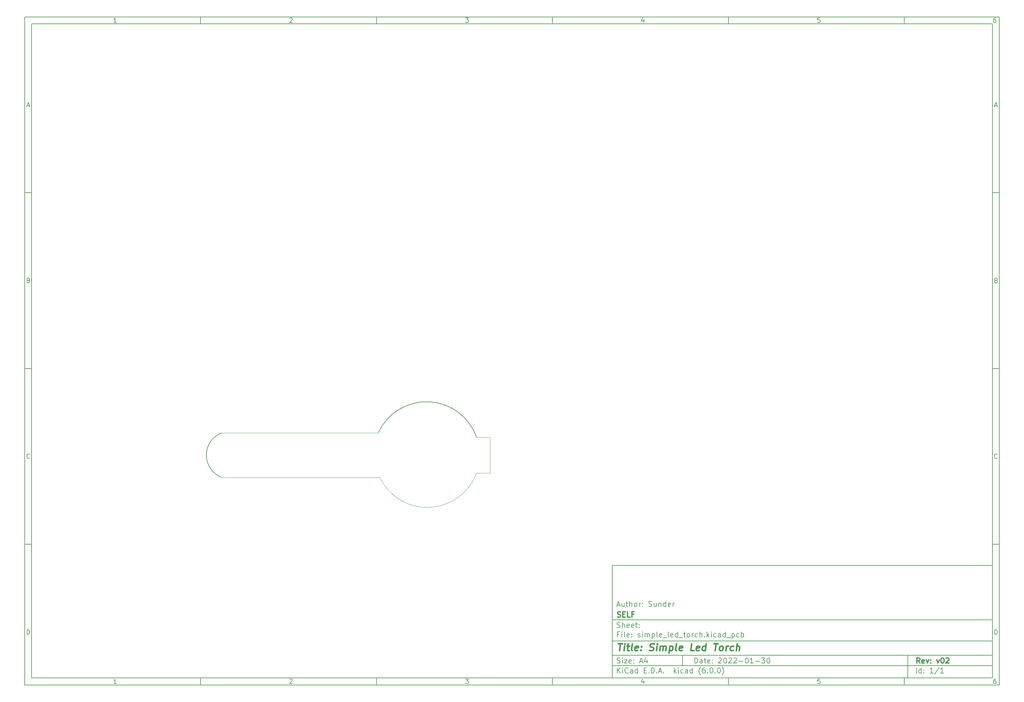
<source format=gbr>
%TF.GenerationSoftware,KiCad,Pcbnew,(6.0.0)*%
%TF.CreationDate,2022-01-30T14:03:22+05:30*%
%TF.ProjectId,simple_led_torch,73696d70-6c65-45f6-9c65-645f746f7263,v02*%
%TF.SameCoordinates,Original*%
%TF.FileFunction,Profile,NP*%
%FSLAX46Y46*%
G04 Gerber Fmt 4.6, Leading zero omitted, Abs format (unit mm)*
G04 Created by KiCad (PCBNEW (6.0.0)) date 2022-01-30 14:03:22*
%MOMM*%
%LPD*%
G01*
G04 APERTURE LIST*
%ADD10C,0.100000*%
%ADD11C,0.150000*%
%ADD12C,0.300000*%
%ADD13C,0.400000*%
%TA.AperFunction,Profile*%
%ADD14C,0.150000*%
%TD*%
%TA.AperFunction,Profile*%
%ADD15C,0.100000*%
%TD*%
G04 APERTURE END LIST*
D10*
D11*
X177002200Y-166007200D02*
X177002200Y-198007200D01*
X285002200Y-198007200D01*
X285002200Y-166007200D01*
X177002200Y-166007200D01*
D10*
D11*
X10000000Y-10000000D02*
X10000000Y-200007200D01*
X287002200Y-200007200D01*
X287002200Y-10000000D01*
X10000000Y-10000000D01*
D10*
D11*
X12000000Y-12000000D02*
X12000000Y-198007200D01*
X285002200Y-198007200D01*
X285002200Y-12000000D01*
X12000000Y-12000000D01*
D10*
D11*
X60000000Y-12000000D02*
X60000000Y-10000000D01*
D10*
D11*
X110000000Y-12000000D02*
X110000000Y-10000000D01*
D10*
D11*
X160000000Y-12000000D02*
X160000000Y-10000000D01*
D10*
D11*
X210000000Y-12000000D02*
X210000000Y-10000000D01*
D10*
D11*
X260000000Y-12000000D02*
X260000000Y-10000000D01*
D10*
D11*
X36065476Y-11588095D02*
X35322619Y-11588095D01*
X35694047Y-11588095D02*
X35694047Y-10288095D01*
X35570238Y-10473809D01*
X35446428Y-10597619D01*
X35322619Y-10659523D01*
D10*
D11*
X85322619Y-10411904D02*
X85384523Y-10350000D01*
X85508333Y-10288095D01*
X85817857Y-10288095D01*
X85941666Y-10350000D01*
X86003571Y-10411904D01*
X86065476Y-10535714D01*
X86065476Y-10659523D01*
X86003571Y-10845238D01*
X85260714Y-11588095D01*
X86065476Y-11588095D01*
D10*
D11*
X135260714Y-10288095D02*
X136065476Y-10288095D01*
X135632142Y-10783333D01*
X135817857Y-10783333D01*
X135941666Y-10845238D01*
X136003571Y-10907142D01*
X136065476Y-11030952D01*
X136065476Y-11340476D01*
X136003571Y-11464285D01*
X135941666Y-11526190D01*
X135817857Y-11588095D01*
X135446428Y-11588095D01*
X135322619Y-11526190D01*
X135260714Y-11464285D01*
D10*
D11*
X185941666Y-10721428D02*
X185941666Y-11588095D01*
X185632142Y-10226190D02*
X185322619Y-11154761D01*
X186127380Y-11154761D01*
D10*
D11*
X236003571Y-10288095D02*
X235384523Y-10288095D01*
X235322619Y-10907142D01*
X235384523Y-10845238D01*
X235508333Y-10783333D01*
X235817857Y-10783333D01*
X235941666Y-10845238D01*
X236003571Y-10907142D01*
X236065476Y-11030952D01*
X236065476Y-11340476D01*
X236003571Y-11464285D01*
X235941666Y-11526190D01*
X235817857Y-11588095D01*
X235508333Y-11588095D01*
X235384523Y-11526190D01*
X235322619Y-11464285D01*
D10*
D11*
X285941666Y-10288095D02*
X285694047Y-10288095D01*
X285570238Y-10350000D01*
X285508333Y-10411904D01*
X285384523Y-10597619D01*
X285322619Y-10845238D01*
X285322619Y-11340476D01*
X285384523Y-11464285D01*
X285446428Y-11526190D01*
X285570238Y-11588095D01*
X285817857Y-11588095D01*
X285941666Y-11526190D01*
X286003571Y-11464285D01*
X286065476Y-11340476D01*
X286065476Y-11030952D01*
X286003571Y-10907142D01*
X285941666Y-10845238D01*
X285817857Y-10783333D01*
X285570238Y-10783333D01*
X285446428Y-10845238D01*
X285384523Y-10907142D01*
X285322619Y-11030952D01*
D10*
D11*
X60000000Y-198007200D02*
X60000000Y-200007200D01*
D10*
D11*
X110000000Y-198007200D02*
X110000000Y-200007200D01*
D10*
D11*
X160000000Y-198007200D02*
X160000000Y-200007200D01*
D10*
D11*
X210000000Y-198007200D02*
X210000000Y-200007200D01*
D10*
D11*
X260000000Y-198007200D02*
X260000000Y-200007200D01*
D10*
D11*
X36065476Y-199595295D02*
X35322619Y-199595295D01*
X35694047Y-199595295D02*
X35694047Y-198295295D01*
X35570238Y-198481009D01*
X35446428Y-198604819D01*
X35322619Y-198666723D01*
D10*
D11*
X85322619Y-198419104D02*
X85384523Y-198357200D01*
X85508333Y-198295295D01*
X85817857Y-198295295D01*
X85941666Y-198357200D01*
X86003571Y-198419104D01*
X86065476Y-198542914D01*
X86065476Y-198666723D01*
X86003571Y-198852438D01*
X85260714Y-199595295D01*
X86065476Y-199595295D01*
D10*
D11*
X135260714Y-198295295D02*
X136065476Y-198295295D01*
X135632142Y-198790533D01*
X135817857Y-198790533D01*
X135941666Y-198852438D01*
X136003571Y-198914342D01*
X136065476Y-199038152D01*
X136065476Y-199347676D01*
X136003571Y-199471485D01*
X135941666Y-199533390D01*
X135817857Y-199595295D01*
X135446428Y-199595295D01*
X135322619Y-199533390D01*
X135260714Y-199471485D01*
D10*
D11*
X185941666Y-198728628D02*
X185941666Y-199595295D01*
X185632142Y-198233390D02*
X185322619Y-199161961D01*
X186127380Y-199161961D01*
D10*
D11*
X236003571Y-198295295D02*
X235384523Y-198295295D01*
X235322619Y-198914342D01*
X235384523Y-198852438D01*
X235508333Y-198790533D01*
X235817857Y-198790533D01*
X235941666Y-198852438D01*
X236003571Y-198914342D01*
X236065476Y-199038152D01*
X236065476Y-199347676D01*
X236003571Y-199471485D01*
X235941666Y-199533390D01*
X235817857Y-199595295D01*
X235508333Y-199595295D01*
X235384523Y-199533390D01*
X235322619Y-199471485D01*
D10*
D11*
X285941666Y-198295295D02*
X285694047Y-198295295D01*
X285570238Y-198357200D01*
X285508333Y-198419104D01*
X285384523Y-198604819D01*
X285322619Y-198852438D01*
X285322619Y-199347676D01*
X285384523Y-199471485D01*
X285446428Y-199533390D01*
X285570238Y-199595295D01*
X285817857Y-199595295D01*
X285941666Y-199533390D01*
X286003571Y-199471485D01*
X286065476Y-199347676D01*
X286065476Y-199038152D01*
X286003571Y-198914342D01*
X285941666Y-198852438D01*
X285817857Y-198790533D01*
X285570238Y-198790533D01*
X285446428Y-198852438D01*
X285384523Y-198914342D01*
X285322619Y-199038152D01*
D10*
D11*
X10000000Y-60000000D02*
X12000000Y-60000000D01*
D10*
D11*
X10000000Y-110000000D02*
X12000000Y-110000000D01*
D10*
D11*
X10000000Y-160000000D02*
X12000000Y-160000000D01*
D10*
D11*
X10690476Y-35216666D02*
X11309523Y-35216666D01*
X10566666Y-35588095D02*
X11000000Y-34288095D01*
X11433333Y-35588095D01*
D10*
D11*
X11092857Y-84907142D02*
X11278571Y-84969047D01*
X11340476Y-85030952D01*
X11402380Y-85154761D01*
X11402380Y-85340476D01*
X11340476Y-85464285D01*
X11278571Y-85526190D01*
X11154761Y-85588095D01*
X10659523Y-85588095D01*
X10659523Y-84288095D01*
X11092857Y-84288095D01*
X11216666Y-84350000D01*
X11278571Y-84411904D01*
X11340476Y-84535714D01*
X11340476Y-84659523D01*
X11278571Y-84783333D01*
X11216666Y-84845238D01*
X11092857Y-84907142D01*
X10659523Y-84907142D01*
D10*
D11*
X11402380Y-135464285D02*
X11340476Y-135526190D01*
X11154761Y-135588095D01*
X11030952Y-135588095D01*
X10845238Y-135526190D01*
X10721428Y-135402380D01*
X10659523Y-135278571D01*
X10597619Y-135030952D01*
X10597619Y-134845238D01*
X10659523Y-134597619D01*
X10721428Y-134473809D01*
X10845238Y-134350000D01*
X11030952Y-134288095D01*
X11154761Y-134288095D01*
X11340476Y-134350000D01*
X11402380Y-134411904D01*
D10*
D11*
X10659523Y-185588095D02*
X10659523Y-184288095D01*
X10969047Y-184288095D01*
X11154761Y-184350000D01*
X11278571Y-184473809D01*
X11340476Y-184597619D01*
X11402380Y-184845238D01*
X11402380Y-185030952D01*
X11340476Y-185278571D01*
X11278571Y-185402380D01*
X11154761Y-185526190D01*
X10969047Y-185588095D01*
X10659523Y-185588095D01*
D10*
D11*
X287002200Y-60000000D02*
X285002200Y-60000000D01*
D10*
D11*
X287002200Y-110000000D02*
X285002200Y-110000000D01*
D10*
D11*
X287002200Y-160000000D02*
X285002200Y-160000000D01*
D10*
D11*
X285692676Y-35216666D02*
X286311723Y-35216666D01*
X285568866Y-35588095D02*
X286002200Y-34288095D01*
X286435533Y-35588095D01*
D10*
D11*
X286095057Y-84907142D02*
X286280771Y-84969047D01*
X286342676Y-85030952D01*
X286404580Y-85154761D01*
X286404580Y-85340476D01*
X286342676Y-85464285D01*
X286280771Y-85526190D01*
X286156961Y-85588095D01*
X285661723Y-85588095D01*
X285661723Y-84288095D01*
X286095057Y-84288095D01*
X286218866Y-84350000D01*
X286280771Y-84411904D01*
X286342676Y-84535714D01*
X286342676Y-84659523D01*
X286280771Y-84783333D01*
X286218866Y-84845238D01*
X286095057Y-84907142D01*
X285661723Y-84907142D01*
D10*
D11*
X286404580Y-135464285D02*
X286342676Y-135526190D01*
X286156961Y-135588095D01*
X286033152Y-135588095D01*
X285847438Y-135526190D01*
X285723628Y-135402380D01*
X285661723Y-135278571D01*
X285599819Y-135030952D01*
X285599819Y-134845238D01*
X285661723Y-134597619D01*
X285723628Y-134473809D01*
X285847438Y-134350000D01*
X286033152Y-134288095D01*
X286156961Y-134288095D01*
X286342676Y-134350000D01*
X286404580Y-134411904D01*
D10*
D11*
X285661723Y-185588095D02*
X285661723Y-184288095D01*
X285971247Y-184288095D01*
X286156961Y-184350000D01*
X286280771Y-184473809D01*
X286342676Y-184597619D01*
X286404580Y-184845238D01*
X286404580Y-185030952D01*
X286342676Y-185278571D01*
X286280771Y-185402380D01*
X286156961Y-185526190D01*
X285971247Y-185588095D01*
X285661723Y-185588095D01*
D10*
D11*
X200434342Y-193785771D02*
X200434342Y-192285771D01*
X200791485Y-192285771D01*
X201005771Y-192357200D01*
X201148628Y-192500057D01*
X201220057Y-192642914D01*
X201291485Y-192928628D01*
X201291485Y-193142914D01*
X201220057Y-193428628D01*
X201148628Y-193571485D01*
X201005771Y-193714342D01*
X200791485Y-193785771D01*
X200434342Y-193785771D01*
X202577200Y-193785771D02*
X202577200Y-193000057D01*
X202505771Y-192857200D01*
X202362914Y-192785771D01*
X202077200Y-192785771D01*
X201934342Y-192857200D01*
X202577200Y-193714342D02*
X202434342Y-193785771D01*
X202077200Y-193785771D01*
X201934342Y-193714342D01*
X201862914Y-193571485D01*
X201862914Y-193428628D01*
X201934342Y-193285771D01*
X202077200Y-193214342D01*
X202434342Y-193214342D01*
X202577200Y-193142914D01*
X203077200Y-192785771D02*
X203648628Y-192785771D01*
X203291485Y-192285771D02*
X203291485Y-193571485D01*
X203362914Y-193714342D01*
X203505771Y-193785771D01*
X203648628Y-193785771D01*
X204720057Y-193714342D02*
X204577200Y-193785771D01*
X204291485Y-193785771D01*
X204148628Y-193714342D01*
X204077200Y-193571485D01*
X204077200Y-193000057D01*
X204148628Y-192857200D01*
X204291485Y-192785771D01*
X204577200Y-192785771D01*
X204720057Y-192857200D01*
X204791485Y-193000057D01*
X204791485Y-193142914D01*
X204077200Y-193285771D01*
X205434342Y-193642914D02*
X205505771Y-193714342D01*
X205434342Y-193785771D01*
X205362914Y-193714342D01*
X205434342Y-193642914D01*
X205434342Y-193785771D01*
X205434342Y-192857200D02*
X205505771Y-192928628D01*
X205434342Y-193000057D01*
X205362914Y-192928628D01*
X205434342Y-192857200D01*
X205434342Y-193000057D01*
X207220057Y-192428628D02*
X207291485Y-192357200D01*
X207434342Y-192285771D01*
X207791485Y-192285771D01*
X207934342Y-192357200D01*
X208005771Y-192428628D01*
X208077200Y-192571485D01*
X208077200Y-192714342D01*
X208005771Y-192928628D01*
X207148628Y-193785771D01*
X208077200Y-193785771D01*
X209005771Y-192285771D02*
X209148628Y-192285771D01*
X209291485Y-192357200D01*
X209362914Y-192428628D01*
X209434342Y-192571485D01*
X209505771Y-192857200D01*
X209505771Y-193214342D01*
X209434342Y-193500057D01*
X209362914Y-193642914D01*
X209291485Y-193714342D01*
X209148628Y-193785771D01*
X209005771Y-193785771D01*
X208862914Y-193714342D01*
X208791485Y-193642914D01*
X208720057Y-193500057D01*
X208648628Y-193214342D01*
X208648628Y-192857200D01*
X208720057Y-192571485D01*
X208791485Y-192428628D01*
X208862914Y-192357200D01*
X209005771Y-192285771D01*
X210077200Y-192428628D02*
X210148628Y-192357200D01*
X210291485Y-192285771D01*
X210648628Y-192285771D01*
X210791485Y-192357200D01*
X210862914Y-192428628D01*
X210934342Y-192571485D01*
X210934342Y-192714342D01*
X210862914Y-192928628D01*
X210005771Y-193785771D01*
X210934342Y-193785771D01*
X211505771Y-192428628D02*
X211577200Y-192357200D01*
X211720057Y-192285771D01*
X212077200Y-192285771D01*
X212220057Y-192357200D01*
X212291485Y-192428628D01*
X212362914Y-192571485D01*
X212362914Y-192714342D01*
X212291485Y-192928628D01*
X211434342Y-193785771D01*
X212362914Y-193785771D01*
X213005771Y-193214342D02*
X214148628Y-193214342D01*
X215148628Y-192285771D02*
X215291485Y-192285771D01*
X215434342Y-192357200D01*
X215505771Y-192428628D01*
X215577200Y-192571485D01*
X215648628Y-192857200D01*
X215648628Y-193214342D01*
X215577200Y-193500057D01*
X215505771Y-193642914D01*
X215434342Y-193714342D01*
X215291485Y-193785771D01*
X215148628Y-193785771D01*
X215005771Y-193714342D01*
X214934342Y-193642914D01*
X214862914Y-193500057D01*
X214791485Y-193214342D01*
X214791485Y-192857200D01*
X214862914Y-192571485D01*
X214934342Y-192428628D01*
X215005771Y-192357200D01*
X215148628Y-192285771D01*
X217077200Y-193785771D02*
X216220057Y-193785771D01*
X216648628Y-193785771D02*
X216648628Y-192285771D01*
X216505771Y-192500057D01*
X216362914Y-192642914D01*
X216220057Y-192714342D01*
X217720057Y-193214342D02*
X218862914Y-193214342D01*
X219434342Y-192285771D02*
X220362914Y-192285771D01*
X219862914Y-192857200D01*
X220077200Y-192857200D01*
X220220057Y-192928628D01*
X220291485Y-193000057D01*
X220362914Y-193142914D01*
X220362914Y-193500057D01*
X220291485Y-193642914D01*
X220220057Y-193714342D01*
X220077200Y-193785771D01*
X219648628Y-193785771D01*
X219505771Y-193714342D01*
X219434342Y-193642914D01*
X221291485Y-192285771D02*
X221434342Y-192285771D01*
X221577200Y-192357200D01*
X221648628Y-192428628D01*
X221720057Y-192571485D01*
X221791485Y-192857200D01*
X221791485Y-193214342D01*
X221720057Y-193500057D01*
X221648628Y-193642914D01*
X221577200Y-193714342D01*
X221434342Y-193785771D01*
X221291485Y-193785771D01*
X221148628Y-193714342D01*
X221077200Y-193642914D01*
X221005771Y-193500057D01*
X220934342Y-193214342D01*
X220934342Y-192857200D01*
X221005771Y-192571485D01*
X221077200Y-192428628D01*
X221148628Y-192357200D01*
X221291485Y-192285771D01*
D10*
D11*
X177002200Y-194507200D02*
X285002200Y-194507200D01*
D10*
D11*
X178434342Y-196585771D02*
X178434342Y-195085771D01*
X179291485Y-196585771D02*
X178648628Y-195728628D01*
X179291485Y-195085771D02*
X178434342Y-195942914D01*
X179934342Y-196585771D02*
X179934342Y-195585771D01*
X179934342Y-195085771D02*
X179862914Y-195157200D01*
X179934342Y-195228628D01*
X180005771Y-195157200D01*
X179934342Y-195085771D01*
X179934342Y-195228628D01*
X181505771Y-196442914D02*
X181434342Y-196514342D01*
X181220057Y-196585771D01*
X181077200Y-196585771D01*
X180862914Y-196514342D01*
X180720057Y-196371485D01*
X180648628Y-196228628D01*
X180577200Y-195942914D01*
X180577200Y-195728628D01*
X180648628Y-195442914D01*
X180720057Y-195300057D01*
X180862914Y-195157200D01*
X181077200Y-195085771D01*
X181220057Y-195085771D01*
X181434342Y-195157200D01*
X181505771Y-195228628D01*
X182791485Y-196585771D02*
X182791485Y-195800057D01*
X182720057Y-195657200D01*
X182577200Y-195585771D01*
X182291485Y-195585771D01*
X182148628Y-195657200D01*
X182791485Y-196514342D02*
X182648628Y-196585771D01*
X182291485Y-196585771D01*
X182148628Y-196514342D01*
X182077200Y-196371485D01*
X182077200Y-196228628D01*
X182148628Y-196085771D01*
X182291485Y-196014342D01*
X182648628Y-196014342D01*
X182791485Y-195942914D01*
X184148628Y-196585771D02*
X184148628Y-195085771D01*
X184148628Y-196514342D02*
X184005771Y-196585771D01*
X183720057Y-196585771D01*
X183577200Y-196514342D01*
X183505771Y-196442914D01*
X183434342Y-196300057D01*
X183434342Y-195871485D01*
X183505771Y-195728628D01*
X183577200Y-195657200D01*
X183720057Y-195585771D01*
X184005771Y-195585771D01*
X184148628Y-195657200D01*
X186005771Y-195800057D02*
X186505771Y-195800057D01*
X186720057Y-196585771D02*
X186005771Y-196585771D01*
X186005771Y-195085771D01*
X186720057Y-195085771D01*
X187362914Y-196442914D02*
X187434342Y-196514342D01*
X187362914Y-196585771D01*
X187291485Y-196514342D01*
X187362914Y-196442914D01*
X187362914Y-196585771D01*
X188077200Y-196585771D02*
X188077200Y-195085771D01*
X188434342Y-195085771D01*
X188648628Y-195157200D01*
X188791485Y-195300057D01*
X188862914Y-195442914D01*
X188934342Y-195728628D01*
X188934342Y-195942914D01*
X188862914Y-196228628D01*
X188791485Y-196371485D01*
X188648628Y-196514342D01*
X188434342Y-196585771D01*
X188077200Y-196585771D01*
X189577200Y-196442914D02*
X189648628Y-196514342D01*
X189577200Y-196585771D01*
X189505771Y-196514342D01*
X189577200Y-196442914D01*
X189577200Y-196585771D01*
X190220057Y-196157200D02*
X190934342Y-196157200D01*
X190077200Y-196585771D02*
X190577200Y-195085771D01*
X191077200Y-196585771D01*
X191577200Y-196442914D02*
X191648628Y-196514342D01*
X191577200Y-196585771D01*
X191505771Y-196514342D01*
X191577200Y-196442914D01*
X191577200Y-196585771D01*
X194577200Y-196585771D02*
X194577200Y-195085771D01*
X194720057Y-196014342D02*
X195148628Y-196585771D01*
X195148628Y-195585771D02*
X194577200Y-196157200D01*
X195791485Y-196585771D02*
X195791485Y-195585771D01*
X195791485Y-195085771D02*
X195720057Y-195157200D01*
X195791485Y-195228628D01*
X195862914Y-195157200D01*
X195791485Y-195085771D01*
X195791485Y-195228628D01*
X197148628Y-196514342D02*
X197005771Y-196585771D01*
X196720057Y-196585771D01*
X196577200Y-196514342D01*
X196505771Y-196442914D01*
X196434342Y-196300057D01*
X196434342Y-195871485D01*
X196505771Y-195728628D01*
X196577200Y-195657200D01*
X196720057Y-195585771D01*
X197005771Y-195585771D01*
X197148628Y-195657200D01*
X198434342Y-196585771D02*
X198434342Y-195800057D01*
X198362914Y-195657200D01*
X198220057Y-195585771D01*
X197934342Y-195585771D01*
X197791485Y-195657200D01*
X198434342Y-196514342D02*
X198291485Y-196585771D01*
X197934342Y-196585771D01*
X197791485Y-196514342D01*
X197720057Y-196371485D01*
X197720057Y-196228628D01*
X197791485Y-196085771D01*
X197934342Y-196014342D01*
X198291485Y-196014342D01*
X198434342Y-195942914D01*
X199791485Y-196585771D02*
X199791485Y-195085771D01*
X199791485Y-196514342D02*
X199648628Y-196585771D01*
X199362914Y-196585771D01*
X199220057Y-196514342D01*
X199148628Y-196442914D01*
X199077200Y-196300057D01*
X199077200Y-195871485D01*
X199148628Y-195728628D01*
X199220057Y-195657200D01*
X199362914Y-195585771D01*
X199648628Y-195585771D01*
X199791485Y-195657200D01*
X202077200Y-197157200D02*
X202005771Y-197085771D01*
X201862914Y-196871485D01*
X201791485Y-196728628D01*
X201720057Y-196514342D01*
X201648628Y-196157200D01*
X201648628Y-195871485D01*
X201720057Y-195514342D01*
X201791485Y-195300057D01*
X201862914Y-195157200D01*
X202005771Y-194942914D01*
X202077200Y-194871485D01*
X203291485Y-195085771D02*
X203005771Y-195085771D01*
X202862914Y-195157200D01*
X202791485Y-195228628D01*
X202648628Y-195442914D01*
X202577200Y-195728628D01*
X202577200Y-196300057D01*
X202648628Y-196442914D01*
X202720057Y-196514342D01*
X202862914Y-196585771D01*
X203148628Y-196585771D01*
X203291485Y-196514342D01*
X203362914Y-196442914D01*
X203434342Y-196300057D01*
X203434342Y-195942914D01*
X203362914Y-195800057D01*
X203291485Y-195728628D01*
X203148628Y-195657200D01*
X202862914Y-195657200D01*
X202720057Y-195728628D01*
X202648628Y-195800057D01*
X202577200Y-195942914D01*
X204077200Y-196442914D02*
X204148628Y-196514342D01*
X204077200Y-196585771D01*
X204005771Y-196514342D01*
X204077200Y-196442914D01*
X204077200Y-196585771D01*
X205077200Y-195085771D02*
X205220057Y-195085771D01*
X205362914Y-195157200D01*
X205434342Y-195228628D01*
X205505771Y-195371485D01*
X205577200Y-195657200D01*
X205577200Y-196014342D01*
X205505771Y-196300057D01*
X205434342Y-196442914D01*
X205362914Y-196514342D01*
X205220057Y-196585771D01*
X205077200Y-196585771D01*
X204934342Y-196514342D01*
X204862914Y-196442914D01*
X204791485Y-196300057D01*
X204720057Y-196014342D01*
X204720057Y-195657200D01*
X204791485Y-195371485D01*
X204862914Y-195228628D01*
X204934342Y-195157200D01*
X205077200Y-195085771D01*
X206220057Y-196442914D02*
X206291485Y-196514342D01*
X206220057Y-196585771D01*
X206148628Y-196514342D01*
X206220057Y-196442914D01*
X206220057Y-196585771D01*
X207220057Y-195085771D02*
X207362914Y-195085771D01*
X207505771Y-195157200D01*
X207577200Y-195228628D01*
X207648628Y-195371485D01*
X207720057Y-195657200D01*
X207720057Y-196014342D01*
X207648628Y-196300057D01*
X207577200Y-196442914D01*
X207505771Y-196514342D01*
X207362914Y-196585771D01*
X207220057Y-196585771D01*
X207077200Y-196514342D01*
X207005771Y-196442914D01*
X206934342Y-196300057D01*
X206862914Y-196014342D01*
X206862914Y-195657200D01*
X206934342Y-195371485D01*
X207005771Y-195228628D01*
X207077200Y-195157200D01*
X207220057Y-195085771D01*
X208220057Y-197157200D02*
X208291485Y-197085771D01*
X208434342Y-196871485D01*
X208505771Y-196728628D01*
X208577200Y-196514342D01*
X208648628Y-196157200D01*
X208648628Y-195871485D01*
X208577200Y-195514342D01*
X208505771Y-195300057D01*
X208434342Y-195157200D01*
X208291485Y-194942914D01*
X208220057Y-194871485D01*
D10*
D11*
X177002200Y-191507200D02*
X285002200Y-191507200D01*
D10*
D12*
X264411485Y-193785771D02*
X263911485Y-193071485D01*
X263554342Y-193785771D02*
X263554342Y-192285771D01*
X264125771Y-192285771D01*
X264268628Y-192357200D01*
X264340057Y-192428628D01*
X264411485Y-192571485D01*
X264411485Y-192785771D01*
X264340057Y-192928628D01*
X264268628Y-193000057D01*
X264125771Y-193071485D01*
X263554342Y-193071485D01*
X265625771Y-193714342D02*
X265482914Y-193785771D01*
X265197200Y-193785771D01*
X265054342Y-193714342D01*
X264982914Y-193571485D01*
X264982914Y-193000057D01*
X265054342Y-192857200D01*
X265197200Y-192785771D01*
X265482914Y-192785771D01*
X265625771Y-192857200D01*
X265697200Y-193000057D01*
X265697200Y-193142914D01*
X264982914Y-193285771D01*
X266197200Y-192785771D02*
X266554342Y-193785771D01*
X266911485Y-192785771D01*
X267482914Y-193642914D02*
X267554342Y-193714342D01*
X267482914Y-193785771D01*
X267411485Y-193714342D01*
X267482914Y-193642914D01*
X267482914Y-193785771D01*
X267482914Y-192857200D02*
X267554342Y-192928628D01*
X267482914Y-193000057D01*
X267411485Y-192928628D01*
X267482914Y-192857200D01*
X267482914Y-193000057D01*
X269197200Y-192785771D02*
X269554342Y-193785771D01*
X269911485Y-192785771D01*
X270768628Y-192285771D02*
X270911485Y-192285771D01*
X271054342Y-192357200D01*
X271125771Y-192428628D01*
X271197200Y-192571485D01*
X271268628Y-192857200D01*
X271268628Y-193214342D01*
X271197200Y-193500057D01*
X271125771Y-193642914D01*
X271054342Y-193714342D01*
X270911485Y-193785771D01*
X270768628Y-193785771D01*
X270625771Y-193714342D01*
X270554342Y-193642914D01*
X270482914Y-193500057D01*
X270411485Y-193214342D01*
X270411485Y-192857200D01*
X270482914Y-192571485D01*
X270554342Y-192428628D01*
X270625771Y-192357200D01*
X270768628Y-192285771D01*
X271840057Y-192428628D02*
X271911485Y-192357200D01*
X272054342Y-192285771D01*
X272411485Y-192285771D01*
X272554342Y-192357200D01*
X272625771Y-192428628D01*
X272697200Y-192571485D01*
X272697200Y-192714342D01*
X272625771Y-192928628D01*
X271768628Y-193785771D01*
X272697200Y-193785771D01*
D10*
D11*
X178362914Y-193714342D02*
X178577200Y-193785771D01*
X178934342Y-193785771D01*
X179077200Y-193714342D01*
X179148628Y-193642914D01*
X179220057Y-193500057D01*
X179220057Y-193357200D01*
X179148628Y-193214342D01*
X179077200Y-193142914D01*
X178934342Y-193071485D01*
X178648628Y-193000057D01*
X178505771Y-192928628D01*
X178434342Y-192857200D01*
X178362914Y-192714342D01*
X178362914Y-192571485D01*
X178434342Y-192428628D01*
X178505771Y-192357200D01*
X178648628Y-192285771D01*
X179005771Y-192285771D01*
X179220057Y-192357200D01*
X179862914Y-193785771D02*
X179862914Y-192785771D01*
X179862914Y-192285771D02*
X179791485Y-192357200D01*
X179862914Y-192428628D01*
X179934342Y-192357200D01*
X179862914Y-192285771D01*
X179862914Y-192428628D01*
X180434342Y-192785771D02*
X181220057Y-192785771D01*
X180434342Y-193785771D01*
X181220057Y-193785771D01*
X182362914Y-193714342D02*
X182220057Y-193785771D01*
X181934342Y-193785771D01*
X181791485Y-193714342D01*
X181720057Y-193571485D01*
X181720057Y-193000057D01*
X181791485Y-192857200D01*
X181934342Y-192785771D01*
X182220057Y-192785771D01*
X182362914Y-192857200D01*
X182434342Y-193000057D01*
X182434342Y-193142914D01*
X181720057Y-193285771D01*
X183077200Y-193642914D02*
X183148628Y-193714342D01*
X183077200Y-193785771D01*
X183005771Y-193714342D01*
X183077200Y-193642914D01*
X183077200Y-193785771D01*
X183077200Y-192857200D02*
X183148628Y-192928628D01*
X183077200Y-193000057D01*
X183005771Y-192928628D01*
X183077200Y-192857200D01*
X183077200Y-193000057D01*
X184862914Y-193357200D02*
X185577200Y-193357200D01*
X184720057Y-193785771D02*
X185220057Y-192285771D01*
X185720057Y-193785771D01*
X186862914Y-192785771D02*
X186862914Y-193785771D01*
X186505771Y-192214342D02*
X186148628Y-193285771D01*
X187077200Y-193285771D01*
D10*
D11*
X263434342Y-196585771D02*
X263434342Y-195085771D01*
X264791485Y-196585771D02*
X264791485Y-195085771D01*
X264791485Y-196514342D02*
X264648628Y-196585771D01*
X264362914Y-196585771D01*
X264220057Y-196514342D01*
X264148628Y-196442914D01*
X264077200Y-196300057D01*
X264077200Y-195871485D01*
X264148628Y-195728628D01*
X264220057Y-195657200D01*
X264362914Y-195585771D01*
X264648628Y-195585771D01*
X264791485Y-195657200D01*
X265505771Y-196442914D02*
X265577200Y-196514342D01*
X265505771Y-196585771D01*
X265434342Y-196514342D01*
X265505771Y-196442914D01*
X265505771Y-196585771D01*
X265505771Y-195657200D02*
X265577200Y-195728628D01*
X265505771Y-195800057D01*
X265434342Y-195728628D01*
X265505771Y-195657200D01*
X265505771Y-195800057D01*
X268148628Y-196585771D02*
X267291485Y-196585771D01*
X267720057Y-196585771D02*
X267720057Y-195085771D01*
X267577200Y-195300057D01*
X267434342Y-195442914D01*
X267291485Y-195514342D01*
X269862914Y-195014342D02*
X268577200Y-196942914D01*
X271148628Y-196585771D02*
X270291485Y-196585771D01*
X270720057Y-196585771D02*
X270720057Y-195085771D01*
X270577200Y-195300057D01*
X270434342Y-195442914D01*
X270291485Y-195514342D01*
D10*
D11*
X177002200Y-187507200D02*
X285002200Y-187507200D01*
D10*
D13*
X178714580Y-188211961D02*
X179857438Y-188211961D01*
X179036009Y-190211961D02*
X179286009Y-188211961D01*
X180274104Y-190211961D02*
X180440771Y-188878628D01*
X180524104Y-188211961D02*
X180416961Y-188307200D01*
X180500295Y-188402438D01*
X180607438Y-188307200D01*
X180524104Y-188211961D01*
X180500295Y-188402438D01*
X181107438Y-188878628D02*
X181869342Y-188878628D01*
X181476485Y-188211961D02*
X181262200Y-189926247D01*
X181333628Y-190116723D01*
X181512200Y-190211961D01*
X181702676Y-190211961D01*
X182655057Y-190211961D02*
X182476485Y-190116723D01*
X182405057Y-189926247D01*
X182619342Y-188211961D01*
X184190771Y-190116723D02*
X183988390Y-190211961D01*
X183607438Y-190211961D01*
X183428866Y-190116723D01*
X183357438Y-189926247D01*
X183452676Y-189164342D01*
X183571723Y-188973866D01*
X183774104Y-188878628D01*
X184155057Y-188878628D01*
X184333628Y-188973866D01*
X184405057Y-189164342D01*
X184381247Y-189354819D01*
X183405057Y-189545295D01*
X185155057Y-190021485D02*
X185238390Y-190116723D01*
X185131247Y-190211961D01*
X185047914Y-190116723D01*
X185155057Y-190021485D01*
X185131247Y-190211961D01*
X185286009Y-188973866D02*
X185369342Y-189069104D01*
X185262200Y-189164342D01*
X185178866Y-189069104D01*
X185286009Y-188973866D01*
X185262200Y-189164342D01*
X187524104Y-190116723D02*
X187797914Y-190211961D01*
X188274104Y-190211961D01*
X188476485Y-190116723D01*
X188583628Y-190021485D01*
X188702676Y-189831009D01*
X188726485Y-189640533D01*
X188655057Y-189450057D01*
X188571723Y-189354819D01*
X188393152Y-189259580D01*
X188024104Y-189164342D01*
X187845533Y-189069104D01*
X187762200Y-188973866D01*
X187690771Y-188783390D01*
X187714580Y-188592914D01*
X187833628Y-188402438D01*
X187940771Y-188307200D01*
X188143152Y-188211961D01*
X188619342Y-188211961D01*
X188893152Y-188307200D01*
X189512200Y-190211961D02*
X189678866Y-188878628D01*
X189762200Y-188211961D02*
X189655057Y-188307200D01*
X189738390Y-188402438D01*
X189845533Y-188307200D01*
X189762200Y-188211961D01*
X189738390Y-188402438D01*
X190464580Y-190211961D02*
X190631247Y-188878628D01*
X190607438Y-189069104D02*
X190714580Y-188973866D01*
X190916961Y-188878628D01*
X191202676Y-188878628D01*
X191381247Y-188973866D01*
X191452676Y-189164342D01*
X191321723Y-190211961D01*
X191452676Y-189164342D02*
X191571723Y-188973866D01*
X191774104Y-188878628D01*
X192059819Y-188878628D01*
X192238390Y-188973866D01*
X192309819Y-189164342D01*
X192178866Y-190211961D01*
X193297914Y-188878628D02*
X193047914Y-190878628D01*
X193286009Y-188973866D02*
X193488390Y-188878628D01*
X193869342Y-188878628D01*
X194047914Y-188973866D01*
X194131247Y-189069104D01*
X194202676Y-189259580D01*
X194131247Y-189831009D01*
X194012200Y-190021485D01*
X193905057Y-190116723D01*
X193702676Y-190211961D01*
X193321723Y-190211961D01*
X193143152Y-190116723D01*
X195226485Y-190211961D02*
X195047914Y-190116723D01*
X194976485Y-189926247D01*
X195190771Y-188211961D01*
X196762200Y-190116723D02*
X196559819Y-190211961D01*
X196178866Y-190211961D01*
X196000295Y-190116723D01*
X195928866Y-189926247D01*
X196024104Y-189164342D01*
X196143152Y-188973866D01*
X196345533Y-188878628D01*
X196726485Y-188878628D01*
X196905057Y-188973866D01*
X196976485Y-189164342D01*
X196952676Y-189354819D01*
X195976485Y-189545295D01*
X200178866Y-190211961D02*
X199226485Y-190211961D01*
X199476485Y-188211961D01*
X201619342Y-190116723D02*
X201416961Y-190211961D01*
X201036009Y-190211961D01*
X200857438Y-190116723D01*
X200786009Y-189926247D01*
X200881247Y-189164342D01*
X201000295Y-188973866D01*
X201202676Y-188878628D01*
X201583628Y-188878628D01*
X201762200Y-188973866D01*
X201833628Y-189164342D01*
X201809819Y-189354819D01*
X200833628Y-189545295D01*
X203416961Y-190211961D02*
X203666961Y-188211961D01*
X203428866Y-190116723D02*
X203226485Y-190211961D01*
X202845533Y-190211961D01*
X202666961Y-190116723D01*
X202583628Y-190021485D01*
X202512200Y-189831009D01*
X202583628Y-189259580D01*
X202702676Y-189069104D01*
X202809819Y-188973866D01*
X203012200Y-188878628D01*
X203393152Y-188878628D01*
X203571723Y-188973866D01*
X205857438Y-188211961D02*
X207000295Y-188211961D01*
X206178866Y-190211961D02*
X206428866Y-188211961D01*
X207702676Y-190211961D02*
X207524104Y-190116723D01*
X207440771Y-190021485D01*
X207369342Y-189831009D01*
X207440771Y-189259580D01*
X207559819Y-189069104D01*
X207666961Y-188973866D01*
X207869342Y-188878628D01*
X208155057Y-188878628D01*
X208333628Y-188973866D01*
X208416961Y-189069104D01*
X208488390Y-189259580D01*
X208416961Y-189831009D01*
X208297914Y-190021485D01*
X208190771Y-190116723D01*
X207988390Y-190211961D01*
X207702676Y-190211961D01*
X209226485Y-190211961D02*
X209393152Y-188878628D01*
X209345533Y-189259580D02*
X209464580Y-189069104D01*
X209571723Y-188973866D01*
X209774104Y-188878628D01*
X209964580Y-188878628D01*
X211333628Y-190116723D02*
X211131247Y-190211961D01*
X210750295Y-190211961D01*
X210571723Y-190116723D01*
X210488390Y-190021485D01*
X210416961Y-189831009D01*
X210488390Y-189259580D01*
X210607438Y-189069104D01*
X210714580Y-188973866D01*
X210916961Y-188878628D01*
X211297914Y-188878628D01*
X211476485Y-188973866D01*
X212178866Y-190211961D02*
X212428866Y-188211961D01*
X213036009Y-190211961D02*
X213166961Y-189164342D01*
X213095533Y-188973866D01*
X212916961Y-188878628D01*
X212631247Y-188878628D01*
X212428866Y-188973866D01*
X212321723Y-189069104D01*
D10*
D11*
X178934342Y-185600057D02*
X178434342Y-185600057D01*
X178434342Y-186385771D02*
X178434342Y-184885771D01*
X179148628Y-184885771D01*
X179720057Y-186385771D02*
X179720057Y-185385771D01*
X179720057Y-184885771D02*
X179648628Y-184957200D01*
X179720057Y-185028628D01*
X179791485Y-184957200D01*
X179720057Y-184885771D01*
X179720057Y-185028628D01*
X180648628Y-186385771D02*
X180505771Y-186314342D01*
X180434342Y-186171485D01*
X180434342Y-184885771D01*
X181791485Y-186314342D02*
X181648628Y-186385771D01*
X181362914Y-186385771D01*
X181220057Y-186314342D01*
X181148628Y-186171485D01*
X181148628Y-185600057D01*
X181220057Y-185457200D01*
X181362914Y-185385771D01*
X181648628Y-185385771D01*
X181791485Y-185457200D01*
X181862914Y-185600057D01*
X181862914Y-185742914D01*
X181148628Y-185885771D01*
X182505771Y-186242914D02*
X182577200Y-186314342D01*
X182505771Y-186385771D01*
X182434342Y-186314342D01*
X182505771Y-186242914D01*
X182505771Y-186385771D01*
X182505771Y-185457200D02*
X182577200Y-185528628D01*
X182505771Y-185600057D01*
X182434342Y-185528628D01*
X182505771Y-185457200D01*
X182505771Y-185600057D01*
X184291485Y-186314342D02*
X184434342Y-186385771D01*
X184720057Y-186385771D01*
X184862914Y-186314342D01*
X184934342Y-186171485D01*
X184934342Y-186100057D01*
X184862914Y-185957200D01*
X184720057Y-185885771D01*
X184505771Y-185885771D01*
X184362914Y-185814342D01*
X184291485Y-185671485D01*
X184291485Y-185600057D01*
X184362914Y-185457200D01*
X184505771Y-185385771D01*
X184720057Y-185385771D01*
X184862914Y-185457200D01*
X185577200Y-186385771D02*
X185577200Y-185385771D01*
X185577200Y-184885771D02*
X185505771Y-184957200D01*
X185577200Y-185028628D01*
X185648628Y-184957200D01*
X185577200Y-184885771D01*
X185577200Y-185028628D01*
X186291485Y-186385771D02*
X186291485Y-185385771D01*
X186291485Y-185528628D02*
X186362914Y-185457200D01*
X186505771Y-185385771D01*
X186720057Y-185385771D01*
X186862914Y-185457200D01*
X186934342Y-185600057D01*
X186934342Y-186385771D01*
X186934342Y-185600057D02*
X187005771Y-185457200D01*
X187148628Y-185385771D01*
X187362914Y-185385771D01*
X187505771Y-185457200D01*
X187577200Y-185600057D01*
X187577200Y-186385771D01*
X188291485Y-185385771D02*
X188291485Y-186885771D01*
X188291485Y-185457200D02*
X188434342Y-185385771D01*
X188720057Y-185385771D01*
X188862914Y-185457200D01*
X188934342Y-185528628D01*
X189005771Y-185671485D01*
X189005771Y-186100057D01*
X188934342Y-186242914D01*
X188862914Y-186314342D01*
X188720057Y-186385771D01*
X188434342Y-186385771D01*
X188291485Y-186314342D01*
X189862914Y-186385771D02*
X189720057Y-186314342D01*
X189648628Y-186171485D01*
X189648628Y-184885771D01*
X191005771Y-186314342D02*
X190862914Y-186385771D01*
X190577200Y-186385771D01*
X190434342Y-186314342D01*
X190362914Y-186171485D01*
X190362914Y-185600057D01*
X190434342Y-185457200D01*
X190577200Y-185385771D01*
X190862914Y-185385771D01*
X191005771Y-185457200D01*
X191077200Y-185600057D01*
X191077200Y-185742914D01*
X190362914Y-185885771D01*
X191362914Y-186528628D02*
X192505771Y-186528628D01*
X193077200Y-186385771D02*
X192934342Y-186314342D01*
X192862914Y-186171485D01*
X192862914Y-184885771D01*
X194220057Y-186314342D02*
X194077200Y-186385771D01*
X193791485Y-186385771D01*
X193648628Y-186314342D01*
X193577200Y-186171485D01*
X193577200Y-185600057D01*
X193648628Y-185457200D01*
X193791485Y-185385771D01*
X194077200Y-185385771D01*
X194220057Y-185457200D01*
X194291485Y-185600057D01*
X194291485Y-185742914D01*
X193577200Y-185885771D01*
X195577200Y-186385771D02*
X195577200Y-184885771D01*
X195577200Y-186314342D02*
X195434342Y-186385771D01*
X195148628Y-186385771D01*
X195005771Y-186314342D01*
X194934342Y-186242914D01*
X194862914Y-186100057D01*
X194862914Y-185671485D01*
X194934342Y-185528628D01*
X195005771Y-185457200D01*
X195148628Y-185385771D01*
X195434342Y-185385771D01*
X195577200Y-185457200D01*
X195934342Y-186528628D02*
X197077200Y-186528628D01*
X197220057Y-185385771D02*
X197791485Y-185385771D01*
X197434342Y-184885771D02*
X197434342Y-186171485D01*
X197505771Y-186314342D01*
X197648628Y-186385771D01*
X197791485Y-186385771D01*
X198505771Y-186385771D02*
X198362914Y-186314342D01*
X198291485Y-186242914D01*
X198220057Y-186100057D01*
X198220057Y-185671485D01*
X198291485Y-185528628D01*
X198362914Y-185457200D01*
X198505771Y-185385771D01*
X198720057Y-185385771D01*
X198862914Y-185457200D01*
X198934342Y-185528628D01*
X199005771Y-185671485D01*
X199005771Y-186100057D01*
X198934342Y-186242914D01*
X198862914Y-186314342D01*
X198720057Y-186385771D01*
X198505771Y-186385771D01*
X199648628Y-186385771D02*
X199648628Y-185385771D01*
X199648628Y-185671485D02*
X199720057Y-185528628D01*
X199791485Y-185457200D01*
X199934342Y-185385771D01*
X200077200Y-185385771D01*
X201220057Y-186314342D02*
X201077200Y-186385771D01*
X200791485Y-186385771D01*
X200648628Y-186314342D01*
X200577200Y-186242914D01*
X200505771Y-186100057D01*
X200505771Y-185671485D01*
X200577200Y-185528628D01*
X200648628Y-185457200D01*
X200791485Y-185385771D01*
X201077200Y-185385771D01*
X201220057Y-185457200D01*
X201862914Y-186385771D02*
X201862914Y-184885771D01*
X202505771Y-186385771D02*
X202505771Y-185600057D01*
X202434342Y-185457200D01*
X202291485Y-185385771D01*
X202077200Y-185385771D01*
X201934342Y-185457200D01*
X201862914Y-185528628D01*
X203220057Y-186242914D02*
X203291485Y-186314342D01*
X203220057Y-186385771D01*
X203148628Y-186314342D01*
X203220057Y-186242914D01*
X203220057Y-186385771D01*
X203934342Y-186385771D02*
X203934342Y-184885771D01*
X204077200Y-185814342D02*
X204505771Y-186385771D01*
X204505771Y-185385771D02*
X203934342Y-185957200D01*
X205148628Y-186385771D02*
X205148628Y-185385771D01*
X205148628Y-184885771D02*
X205077200Y-184957200D01*
X205148628Y-185028628D01*
X205220057Y-184957200D01*
X205148628Y-184885771D01*
X205148628Y-185028628D01*
X206505771Y-186314342D02*
X206362914Y-186385771D01*
X206077200Y-186385771D01*
X205934342Y-186314342D01*
X205862914Y-186242914D01*
X205791485Y-186100057D01*
X205791485Y-185671485D01*
X205862914Y-185528628D01*
X205934342Y-185457200D01*
X206077200Y-185385771D01*
X206362914Y-185385771D01*
X206505771Y-185457200D01*
X207791485Y-186385771D02*
X207791485Y-185600057D01*
X207720057Y-185457200D01*
X207577200Y-185385771D01*
X207291485Y-185385771D01*
X207148628Y-185457200D01*
X207791485Y-186314342D02*
X207648628Y-186385771D01*
X207291485Y-186385771D01*
X207148628Y-186314342D01*
X207077200Y-186171485D01*
X207077200Y-186028628D01*
X207148628Y-185885771D01*
X207291485Y-185814342D01*
X207648628Y-185814342D01*
X207791485Y-185742914D01*
X209148628Y-186385771D02*
X209148628Y-184885771D01*
X209148628Y-186314342D02*
X209005771Y-186385771D01*
X208720057Y-186385771D01*
X208577200Y-186314342D01*
X208505771Y-186242914D01*
X208434342Y-186100057D01*
X208434342Y-185671485D01*
X208505771Y-185528628D01*
X208577200Y-185457200D01*
X208720057Y-185385771D01*
X209005771Y-185385771D01*
X209148628Y-185457200D01*
X209505771Y-186528628D02*
X210648628Y-186528628D01*
X211005771Y-185385771D02*
X211005771Y-186885771D01*
X211005771Y-185457200D02*
X211148628Y-185385771D01*
X211434342Y-185385771D01*
X211577200Y-185457200D01*
X211648628Y-185528628D01*
X211720057Y-185671485D01*
X211720057Y-186100057D01*
X211648628Y-186242914D01*
X211577200Y-186314342D01*
X211434342Y-186385771D01*
X211148628Y-186385771D01*
X211005771Y-186314342D01*
X213005771Y-186314342D02*
X212862914Y-186385771D01*
X212577200Y-186385771D01*
X212434342Y-186314342D01*
X212362914Y-186242914D01*
X212291485Y-186100057D01*
X212291485Y-185671485D01*
X212362914Y-185528628D01*
X212434342Y-185457200D01*
X212577200Y-185385771D01*
X212862914Y-185385771D01*
X213005771Y-185457200D01*
X213648628Y-186385771D02*
X213648628Y-184885771D01*
X213648628Y-185457200D02*
X213791485Y-185385771D01*
X214077200Y-185385771D01*
X214220057Y-185457200D01*
X214291485Y-185528628D01*
X214362914Y-185671485D01*
X214362914Y-186100057D01*
X214291485Y-186242914D01*
X214220057Y-186314342D01*
X214077200Y-186385771D01*
X213791485Y-186385771D01*
X213648628Y-186314342D01*
D10*
D11*
X177002200Y-181507200D02*
X285002200Y-181507200D01*
D10*
D11*
X178362914Y-183614342D02*
X178577200Y-183685771D01*
X178934342Y-183685771D01*
X179077200Y-183614342D01*
X179148628Y-183542914D01*
X179220057Y-183400057D01*
X179220057Y-183257200D01*
X179148628Y-183114342D01*
X179077200Y-183042914D01*
X178934342Y-182971485D01*
X178648628Y-182900057D01*
X178505771Y-182828628D01*
X178434342Y-182757200D01*
X178362914Y-182614342D01*
X178362914Y-182471485D01*
X178434342Y-182328628D01*
X178505771Y-182257200D01*
X178648628Y-182185771D01*
X179005771Y-182185771D01*
X179220057Y-182257200D01*
X179862914Y-183685771D02*
X179862914Y-182185771D01*
X180505771Y-183685771D02*
X180505771Y-182900057D01*
X180434342Y-182757200D01*
X180291485Y-182685771D01*
X180077200Y-182685771D01*
X179934342Y-182757200D01*
X179862914Y-182828628D01*
X181791485Y-183614342D02*
X181648628Y-183685771D01*
X181362914Y-183685771D01*
X181220057Y-183614342D01*
X181148628Y-183471485D01*
X181148628Y-182900057D01*
X181220057Y-182757200D01*
X181362914Y-182685771D01*
X181648628Y-182685771D01*
X181791485Y-182757200D01*
X181862914Y-182900057D01*
X181862914Y-183042914D01*
X181148628Y-183185771D01*
X183077200Y-183614342D02*
X182934342Y-183685771D01*
X182648628Y-183685771D01*
X182505771Y-183614342D01*
X182434342Y-183471485D01*
X182434342Y-182900057D01*
X182505771Y-182757200D01*
X182648628Y-182685771D01*
X182934342Y-182685771D01*
X183077200Y-182757200D01*
X183148628Y-182900057D01*
X183148628Y-183042914D01*
X182434342Y-183185771D01*
X183577200Y-182685771D02*
X184148628Y-182685771D01*
X183791485Y-182185771D02*
X183791485Y-183471485D01*
X183862914Y-183614342D01*
X184005771Y-183685771D01*
X184148628Y-183685771D01*
X184648628Y-183542914D02*
X184720057Y-183614342D01*
X184648628Y-183685771D01*
X184577200Y-183614342D01*
X184648628Y-183542914D01*
X184648628Y-183685771D01*
X184648628Y-182757200D02*
X184720057Y-182828628D01*
X184648628Y-182900057D01*
X184577200Y-182828628D01*
X184648628Y-182757200D01*
X184648628Y-182900057D01*
D10*
D12*
X178482914Y-180614342D02*
X178697200Y-180685771D01*
X179054342Y-180685771D01*
X179197200Y-180614342D01*
X179268628Y-180542914D01*
X179340057Y-180400057D01*
X179340057Y-180257200D01*
X179268628Y-180114342D01*
X179197200Y-180042914D01*
X179054342Y-179971485D01*
X178768628Y-179900057D01*
X178625771Y-179828628D01*
X178554342Y-179757200D01*
X178482914Y-179614342D01*
X178482914Y-179471485D01*
X178554342Y-179328628D01*
X178625771Y-179257200D01*
X178768628Y-179185771D01*
X179125771Y-179185771D01*
X179340057Y-179257200D01*
X179982914Y-179900057D02*
X180482914Y-179900057D01*
X180697200Y-180685771D02*
X179982914Y-180685771D01*
X179982914Y-179185771D01*
X180697200Y-179185771D01*
X182054342Y-180685771D02*
X181340057Y-180685771D01*
X181340057Y-179185771D01*
X183054342Y-179900057D02*
X182554342Y-179900057D01*
X182554342Y-180685771D02*
X182554342Y-179185771D01*
X183268628Y-179185771D01*
D10*
D11*
X178362914Y-177257200D02*
X179077200Y-177257200D01*
X178220057Y-177685771D02*
X178720057Y-176185771D01*
X179220057Y-177685771D01*
X180362914Y-176685771D02*
X180362914Y-177685771D01*
X179720057Y-176685771D02*
X179720057Y-177471485D01*
X179791485Y-177614342D01*
X179934342Y-177685771D01*
X180148628Y-177685771D01*
X180291485Y-177614342D01*
X180362914Y-177542914D01*
X180862914Y-176685771D02*
X181434342Y-176685771D01*
X181077200Y-176185771D02*
X181077200Y-177471485D01*
X181148628Y-177614342D01*
X181291485Y-177685771D01*
X181434342Y-177685771D01*
X181934342Y-177685771D02*
X181934342Y-176185771D01*
X182577200Y-177685771D02*
X182577200Y-176900057D01*
X182505771Y-176757200D01*
X182362914Y-176685771D01*
X182148628Y-176685771D01*
X182005771Y-176757200D01*
X181934342Y-176828628D01*
X183505771Y-177685771D02*
X183362914Y-177614342D01*
X183291485Y-177542914D01*
X183220057Y-177400057D01*
X183220057Y-176971485D01*
X183291485Y-176828628D01*
X183362914Y-176757200D01*
X183505771Y-176685771D01*
X183720057Y-176685771D01*
X183862914Y-176757200D01*
X183934342Y-176828628D01*
X184005771Y-176971485D01*
X184005771Y-177400057D01*
X183934342Y-177542914D01*
X183862914Y-177614342D01*
X183720057Y-177685771D01*
X183505771Y-177685771D01*
X184648628Y-177685771D02*
X184648628Y-176685771D01*
X184648628Y-176971485D02*
X184720057Y-176828628D01*
X184791485Y-176757200D01*
X184934342Y-176685771D01*
X185077200Y-176685771D01*
X185577200Y-177542914D02*
X185648628Y-177614342D01*
X185577200Y-177685771D01*
X185505771Y-177614342D01*
X185577200Y-177542914D01*
X185577200Y-177685771D01*
X185577200Y-176757200D02*
X185648628Y-176828628D01*
X185577200Y-176900057D01*
X185505771Y-176828628D01*
X185577200Y-176757200D01*
X185577200Y-176900057D01*
X187362914Y-177614342D02*
X187577200Y-177685771D01*
X187934342Y-177685771D01*
X188077200Y-177614342D01*
X188148628Y-177542914D01*
X188220057Y-177400057D01*
X188220057Y-177257200D01*
X188148628Y-177114342D01*
X188077200Y-177042914D01*
X187934342Y-176971485D01*
X187648628Y-176900057D01*
X187505771Y-176828628D01*
X187434342Y-176757200D01*
X187362914Y-176614342D01*
X187362914Y-176471485D01*
X187434342Y-176328628D01*
X187505771Y-176257200D01*
X187648628Y-176185771D01*
X188005771Y-176185771D01*
X188220057Y-176257200D01*
X189505771Y-176685771D02*
X189505771Y-177685771D01*
X188862914Y-176685771D02*
X188862914Y-177471485D01*
X188934342Y-177614342D01*
X189077200Y-177685771D01*
X189291485Y-177685771D01*
X189434342Y-177614342D01*
X189505771Y-177542914D01*
X190220057Y-176685771D02*
X190220057Y-177685771D01*
X190220057Y-176828628D02*
X190291485Y-176757200D01*
X190434342Y-176685771D01*
X190648628Y-176685771D01*
X190791485Y-176757200D01*
X190862914Y-176900057D01*
X190862914Y-177685771D01*
X192220057Y-177685771D02*
X192220057Y-176185771D01*
X192220057Y-177614342D02*
X192077200Y-177685771D01*
X191791485Y-177685771D01*
X191648628Y-177614342D01*
X191577200Y-177542914D01*
X191505771Y-177400057D01*
X191505771Y-176971485D01*
X191577200Y-176828628D01*
X191648628Y-176757200D01*
X191791485Y-176685771D01*
X192077200Y-176685771D01*
X192220057Y-176757200D01*
X193505771Y-177614342D02*
X193362914Y-177685771D01*
X193077200Y-177685771D01*
X192934342Y-177614342D01*
X192862914Y-177471485D01*
X192862914Y-176900057D01*
X192934342Y-176757200D01*
X193077200Y-176685771D01*
X193362914Y-176685771D01*
X193505771Y-176757200D01*
X193577200Y-176900057D01*
X193577200Y-177042914D01*
X192862914Y-177185771D01*
X194220057Y-177685771D02*
X194220057Y-176685771D01*
X194220057Y-176971485D02*
X194291485Y-176828628D01*
X194362914Y-176757200D01*
X194505771Y-176685771D01*
X194648628Y-176685771D01*
D10*
D11*
D10*
D11*
D10*
D11*
D10*
D11*
X197002200Y-191507200D02*
X197002200Y-194507200D01*
D10*
D11*
X261002200Y-191507200D02*
X261002200Y-198007200D01*
D14*
X66040000Y-128270000D02*
G75*
G03*
X66040000Y-140970000I2380487J-6350000D01*
G01*
D15*
X138429999Y-139700000D02*
X142240000Y-139700000D01*
D14*
X138429999Y-129540000D02*
G75*
G03*
X110490000Y-128270000I-14224624J-4966748D01*
G01*
D15*
X142240000Y-139700000D02*
X142240000Y-129540000D01*
X66040000Y-140970000D02*
X110927431Y-140970000D01*
X66040000Y-128270000D02*
X110490000Y-128270000D01*
X110927431Y-140970000D02*
G75*
G03*
X138429999Y-139700000I13486309J6373192D01*
G01*
X142240000Y-129540000D02*
X138430000Y-129540000D01*
M02*

</source>
